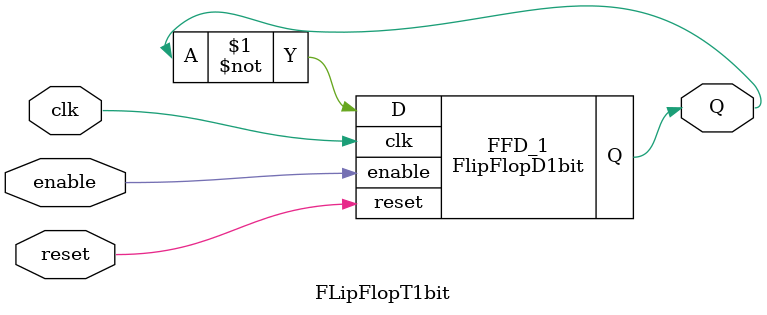
<source format=v>
module FlipFlopD1bit(input wire D,input wire clk,input wire reset, input wire enable,output Q);
reg Q;
	always @(posedge clk or posedge reset)  
		begin
			if(reset)
				begin
					Q <= 0; 
				end
			else if(enable==1) 
				begin
					Q <= D;
				end
			else
				begin
					Q <= Q;
			end
		end
endmodule 

module FLipFlopT1bit (input wire clk,input wire reset, input wire enable,output Q);
	FlipFlopD1bit FFD_1 (~Q, clk, reset, enable, Q);
endmodule
</source>
